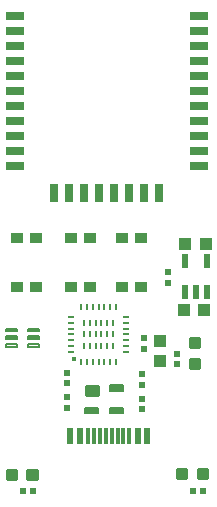
<source format=gbr>
G04 EAGLE Gerber RS-274X export*
G75*
%MOMM*%
%FSLAX34Y34*%
%LPD*%
%INSolderpaste Top*%
%IPPOS*%
%AMOC8*
5,1,8,0,0,1.08239X$1,22.5*%
G01*
%ADD10R,0.260000X0.560000*%
%ADD11R,0.560000X0.260000*%
%ADD12R,0.400000X0.400000*%
%ADD13R,0.550000X1.200000*%
%ADD14R,1.000000X0.900000*%
%ADD15C,0.300000*%
%ADD16R,0.540000X0.600000*%
%ADD17R,1.100000X1.000000*%
%ADD18R,0.600000X0.540000*%
%ADD19R,1.000000X1.100000*%
%ADD20C,0.200000*%
%ADD21C,0.247500*%
%ADD22C,0.147500*%
%ADD23R,0.600000X1.450000*%
%ADD24R,0.300000X1.450000*%
%ADD25R,0.700000X1.500000*%
%ADD26R,1.500000X0.700000*%


D10*
X105940Y141800D03*
X110940Y141800D03*
X115940Y141800D03*
X120940Y141800D03*
X125940Y141800D03*
X130940Y141800D03*
X135940Y141800D03*
D11*
X143940Y149800D03*
X143940Y154800D03*
X143940Y159800D03*
X143940Y164800D03*
X143940Y169800D03*
X143940Y174800D03*
X143940Y179800D03*
D10*
X135940Y187800D03*
X130940Y187800D03*
X125940Y187800D03*
X120940Y187800D03*
X115940Y187800D03*
X110940Y187800D03*
X105940Y187800D03*
D11*
X97940Y179800D03*
X97940Y174800D03*
X97940Y169800D03*
X97940Y164800D03*
X97940Y159800D03*
X97940Y154800D03*
X97940Y149800D03*
D10*
X108440Y154800D03*
X108440Y164800D03*
X108440Y174800D03*
X113440Y154800D03*
X113440Y164800D03*
X113440Y174800D03*
X118440Y154800D03*
X118440Y164800D03*
X118440Y174800D03*
X123440Y154800D03*
X123440Y164800D03*
X123440Y174800D03*
X128440Y154800D03*
X128440Y164800D03*
X128440Y174800D03*
X133440Y154800D03*
X133440Y164800D03*
X133440Y174800D03*
D12*
X99940Y143800D03*
D13*
X193885Y200789D03*
X203385Y200789D03*
X212885Y200789D03*
X212885Y226791D03*
X193885Y226791D03*
D14*
X141075Y246185D03*
X157075Y246185D03*
X157075Y205185D03*
X141075Y205185D03*
X97700Y246185D03*
X113700Y246185D03*
X113700Y205185D03*
X97700Y205185D03*
D15*
X61550Y49205D02*
X61550Y42205D01*
X61550Y49205D02*
X68550Y49205D01*
X68550Y42205D01*
X61550Y42205D01*
X61550Y45055D02*
X68550Y45055D01*
X68550Y47905D02*
X61550Y47905D01*
X44010Y49205D02*
X44010Y42205D01*
X44010Y49205D02*
X51010Y49205D01*
X51010Y42205D01*
X44010Y42205D01*
X44010Y45055D02*
X51010Y45055D01*
X51010Y47905D02*
X44010Y47905D01*
X205720Y50060D02*
X205720Y43060D01*
X205720Y50060D02*
X212720Y50060D01*
X212720Y43060D01*
X205720Y43060D01*
X205720Y45910D02*
X212720Y45910D01*
X212720Y48760D02*
X205720Y48760D01*
X188180Y50060D02*
X188180Y43060D01*
X188180Y50060D02*
X195180Y50060D01*
X195180Y43060D01*
X188180Y43060D01*
X188180Y45910D02*
X195180Y45910D01*
X195180Y48760D02*
X188180Y48760D01*
D16*
X200495Y31925D03*
X209135Y31925D03*
X56945Y31955D03*
X65585Y31955D03*
D17*
X193515Y185675D03*
X210515Y185675D03*
X194540Y241730D03*
X211540Y241730D03*
D14*
X51785Y246185D03*
X67785Y246185D03*
X67785Y205185D03*
X51785Y205185D03*
D18*
X180145Y217250D03*
X180145Y208610D03*
X94020Y111420D03*
X94020Y102780D03*
X94080Y123655D03*
X94080Y132295D03*
X157515Y122385D03*
X157515Y131025D03*
D19*
X173085Y142160D03*
X173085Y159160D03*
D18*
X159115Y161405D03*
X159115Y152765D03*
D20*
X51790Y167565D02*
X42890Y167565D01*
X42890Y169565D01*
X51790Y169565D01*
X51790Y167565D01*
X51790Y169465D02*
X42890Y169465D01*
X42890Y161065D02*
X51790Y161065D01*
X42890Y161065D02*
X42890Y163065D01*
X51790Y163065D01*
X51790Y161065D01*
X51790Y162965D02*
X42890Y162965D01*
X42890Y154565D02*
X51790Y154565D01*
X42890Y154565D02*
X42890Y156565D01*
X51790Y156565D01*
X51790Y154565D01*
X51790Y156465D02*
X42890Y156465D01*
X61290Y156565D02*
X70190Y156565D01*
X70190Y154565D01*
X61290Y154565D01*
X61290Y156565D01*
X61290Y156465D02*
X70190Y156465D01*
X70190Y163065D02*
X61290Y163065D01*
X70190Y163065D02*
X70190Y161065D01*
X61290Y161065D01*
X61290Y163065D01*
X61290Y162965D02*
X70190Y162965D01*
X70190Y169565D02*
X61290Y169565D01*
X70190Y169565D02*
X70190Y167565D01*
X61290Y167565D01*
X61290Y169565D01*
X61290Y169465D02*
X70190Y169465D01*
D18*
X157840Y110150D03*
X157840Y101510D03*
D21*
X120143Y113742D02*
X110217Y113742D01*
X110217Y121168D01*
X120143Y121168D01*
X120143Y113742D01*
X120143Y116093D02*
X110217Y116093D01*
X110217Y118444D02*
X120143Y118444D01*
X120143Y120795D02*
X110217Y120795D01*
D22*
X109717Y98042D02*
X120643Y98042D01*
X109717Y98042D02*
X109717Y102468D01*
X120643Y102468D01*
X120643Y98042D01*
X120643Y99443D02*
X109717Y99443D01*
X109717Y100844D02*
X120643Y100844D01*
X120643Y102245D02*
X109717Y102245D01*
X130817Y98042D02*
X141743Y98042D01*
X130817Y98042D02*
X130817Y102468D01*
X141743Y102468D01*
X141743Y98042D01*
X141743Y99443D02*
X130817Y99443D01*
X130817Y100844D02*
X141743Y100844D01*
X141743Y102245D02*
X130817Y102245D01*
X130817Y117242D02*
X141743Y117242D01*
X130817Y117242D02*
X130817Y121668D01*
X141743Y121668D01*
X141743Y117242D01*
X141743Y118643D02*
X130817Y118643D01*
X130817Y120044D02*
X141743Y120044D01*
X141743Y121445D02*
X130817Y121445D01*
D15*
X199065Y143320D02*
X206065Y143320D01*
X206065Y136320D01*
X199065Y136320D01*
X199065Y143320D01*
X199065Y139170D02*
X206065Y139170D01*
X206065Y142020D02*
X199065Y142020D01*
X199065Y160860D02*
X206065Y160860D01*
X206065Y153860D01*
X199065Y153860D01*
X199065Y160860D01*
X199065Y156710D02*
X206065Y156710D01*
X206065Y159560D02*
X199065Y159560D01*
D18*
X187325Y148465D03*
X187325Y139825D03*
D23*
X97040Y78890D03*
X105040Y78890D03*
D24*
X127040Y78890D03*
X122040Y78890D03*
X117040Y78890D03*
X112040Y78890D03*
X132040Y78890D03*
X137040Y78890D03*
X142040Y78890D03*
X147040Y78890D03*
D23*
X154040Y78890D03*
X162040Y78890D03*
D25*
X82820Y284220D03*
X95520Y284220D03*
X108220Y284220D03*
X120920Y284220D03*
X133620Y284220D03*
X146320Y284220D03*
X159020Y284220D03*
X171720Y284220D03*
D26*
X49920Y307010D03*
X49920Y319710D03*
X49920Y332410D03*
X49920Y345110D03*
X49920Y357810D03*
X49920Y370510D03*
X49920Y383210D03*
X49920Y395910D03*
X49920Y408610D03*
X49920Y421310D03*
X49920Y434010D03*
X205630Y307310D03*
X205630Y320010D03*
X205630Y332710D03*
X205630Y345410D03*
X205630Y358110D03*
X205630Y370810D03*
X205630Y383510D03*
X205630Y396210D03*
X205630Y408910D03*
X205630Y421610D03*
X205630Y434310D03*
M02*

</source>
